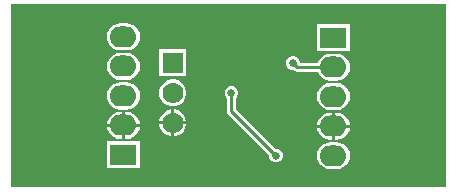
<source format=gbl>
G04*
G04 #@! TF.GenerationSoftware,Altium Limited,CircuitMaker,2.2.1 (2.2.1.6)*
G04*
G04 Layer_Physical_Order=2*
G04 Layer_Color=11436288*
%FSLAX24Y24*%
%MOIN*%
G70*
G04*
G04 #@! TF.SameCoordinates,D96103DE-5CF1-4447-99B2-040B1386396B*
G04*
G04*
G04 #@! TF.FilePolarity,Positive*
G04*
G01*
G75*
%ADD11C,0.0100*%
%ADD29O,0.0900X0.0700*%
%ADD30R,0.0900X0.0700*%
%ADD31R,0.0700X0.0700*%
%ADD32C,0.0700*%
%ADD33C,0.0250*%
G36*
X23250Y9350D02*
X8750Y9350D01*
X8750Y15450D01*
X23250Y15450D01*
X23250Y9350D01*
X23250Y9350D02*
G37*
%LPC*%
G36*
X12600Y14822D02*
X12400Y14822D01*
X12283Y14807D01*
X12173Y14762D01*
X12079Y14689D01*
X12007Y14595D01*
X11962Y14486D01*
X11946Y14369D01*
X11962Y14251D01*
X12007Y14142D01*
X12079Y14048D01*
X12173Y13975D01*
X12283Y13930D01*
X12400Y13915D01*
X12600Y13915D01*
X12717Y13930D01*
X12827Y13975D01*
X12921Y14048D01*
X12993Y14142D01*
X13038Y14251D01*
X13054Y14369D01*
X13038Y14486D01*
X12993Y14595D01*
X12921Y14689D01*
X12827Y14762D01*
X12717Y14807D01*
X12600Y14822D01*
X12600Y14822D02*
G37*
G36*
X20050Y14794D02*
X18950Y14794D01*
X18950Y13894D01*
X20050Y13894D01*
X20050Y14794D01*
X20050Y14794D02*
G37*
G36*
X19600Y13813D02*
X19400Y13813D01*
X19283Y13798D01*
X19173Y13753D01*
X19079Y13680D01*
X19007Y13586D01*
X18976Y13512D01*
X18375Y13512D01*
X18375Y13545D01*
X18341Y13627D01*
X18277Y13691D01*
X18195Y13725D01*
X18105Y13725D01*
X18023Y13691D01*
X17959Y13627D01*
X17925Y13545D01*
X17925Y13455D01*
X17959Y13373D01*
X18023Y13309D01*
X18105Y13275D01*
X18159Y13275D01*
X18182Y13251D01*
X18232Y13218D01*
X18291Y13207D01*
X18976Y13207D01*
X19007Y13133D01*
X19079Y13039D01*
X19173Y12966D01*
X19283Y12921D01*
X19400Y12906D01*
X19600Y12906D01*
X19717Y12921D01*
X19827Y12966D01*
X19921Y13039D01*
X19993Y13133D01*
X20038Y13242D01*
X20054Y13359D01*
X20038Y13477D01*
X19993Y13586D01*
X19921Y13680D01*
X19827Y13753D01*
X19717Y13798D01*
X19600Y13813D01*
X19600Y13813D02*
G37*
G36*
X14600Y13950D02*
X13700Y13950D01*
X13700Y13050D01*
X14600Y13050D01*
X14600Y13950D01*
X14600Y13950D02*
G37*
G36*
X12600Y13838D02*
X12400Y13838D01*
X12283Y13823D01*
X12173Y13777D01*
X12079Y13705D01*
X12007Y13611D01*
X11962Y13502D01*
X11946Y13384D01*
X11962Y13267D01*
X12007Y13157D01*
X12079Y13063D01*
X12173Y12991D01*
X12283Y12946D01*
X12400Y12930D01*
X12600Y12930D01*
X12717Y12946D01*
X12827Y12991D01*
X12921Y13063D01*
X12993Y13157D01*
X13038Y13267D01*
X13054Y13384D01*
X13038Y13502D01*
X12993Y13611D01*
X12921Y13705D01*
X12827Y13777D01*
X12717Y13823D01*
X12600Y13838D01*
X12600Y13838D02*
G37*
G36*
X14209Y12950D02*
X14091Y12950D01*
X13976Y12919D01*
X13874Y12860D01*
X13790Y12776D01*
X13731Y12674D01*
X13700Y12559D01*
X13700Y12441D01*
X13731Y12326D01*
X13790Y12224D01*
X13874Y12140D01*
X13976Y12081D01*
X14091Y12050D01*
X14209Y12050D01*
X14324Y12081D01*
X14426Y12140D01*
X14510Y12224D01*
X14569Y12326D01*
X14600Y12441D01*
X14600Y12559D01*
X14569Y12674D01*
X14510Y12776D01*
X14426Y12860D01*
X14324Y12919D01*
X14209Y12950D01*
X14209Y12950D02*
G37*
G36*
X12600Y12854D02*
X12400Y12854D01*
X12283Y12838D01*
X12173Y12793D01*
X12079Y12721D01*
X12007Y12627D01*
X11962Y12517D01*
X11946Y12400D01*
X11962Y12283D01*
X12007Y12173D01*
X12079Y12079D01*
X12173Y12007D01*
X12283Y11962D01*
X12400Y11946D01*
X12600Y11946D01*
X12717Y11962D01*
X12827Y12007D01*
X12921Y12079D01*
X12993Y12173D01*
X13038Y12283D01*
X13054Y12400D01*
X13038Y12517D01*
X12993Y12627D01*
X12921Y12721D01*
X12827Y12793D01*
X12717Y12838D01*
X12600Y12854D01*
X12600Y12854D02*
G37*
G36*
X19600Y12829D02*
X19400Y12829D01*
X19283Y12814D01*
X19173Y12768D01*
X19079Y12696D01*
X19007Y12602D01*
X18962Y12493D01*
X18946Y12375D01*
X18962Y12258D01*
X19007Y12148D01*
X19079Y12054D01*
X19173Y11982D01*
X19283Y11937D01*
X19400Y11921D01*
X19600Y11921D01*
X19717Y11937D01*
X19827Y11982D01*
X19921Y12054D01*
X19993Y12148D01*
X20038Y12258D01*
X20054Y12375D01*
X20038Y12493D01*
X19993Y12602D01*
X19921Y12696D01*
X19827Y12768D01*
X19717Y12814D01*
X19600Y12829D01*
X19600Y12829D02*
G37*
G36*
X14209Y11950D02*
X14200Y11950D01*
X14200Y11550D01*
X14600Y11550D01*
X14600Y11559D01*
X14569Y11674D01*
X14510Y11776D01*
X14426Y11860D01*
X14324Y11919D01*
X14209Y11950D01*
X14209Y11950D02*
G37*
G36*
X14100Y11950D02*
X14091Y11950D01*
X13976Y11919D01*
X13874Y11860D01*
X13790Y11776D01*
X13731Y11674D01*
X13700Y11559D01*
X13700Y11550D01*
X14100Y11550D01*
X14100Y11950D01*
X14100Y11950D02*
G37*
G36*
X12600Y11870D02*
X12550Y11870D01*
X12550Y11466D01*
X13047Y11466D01*
X13038Y11533D01*
X12993Y11643D01*
X12921Y11737D01*
X12827Y11809D01*
X12717Y11854D01*
X12600Y11870D01*
X12600Y11870D02*
G37*
G36*
X12450Y11870D02*
X12400Y11870D01*
X12283Y11854D01*
X12173Y11809D01*
X12079Y11737D01*
X12007Y11643D01*
X11962Y11533D01*
X11953Y11466D01*
X12450Y11466D01*
X12450Y11870D01*
X12450Y11870D02*
G37*
G36*
X19600Y11845D02*
X19550Y11845D01*
X19550Y11441D01*
X20047Y11441D01*
X20038Y11508D01*
X19993Y11618D01*
X19921Y11712D01*
X19827Y11784D01*
X19717Y11829D01*
X19600Y11845D01*
X19600Y11845D02*
G37*
G36*
X19450Y11845D02*
X19400Y11845D01*
X19283Y11829D01*
X19173Y11784D01*
X19079Y11712D01*
X19007Y11618D01*
X18962Y11508D01*
X18953Y11441D01*
X19450Y11441D01*
X19450Y11845D01*
X19450Y11845D02*
G37*
G36*
X14600Y11450D02*
X14200Y11450D01*
X14200Y11050D01*
X14209Y11050D01*
X14324Y11081D01*
X14426Y11140D01*
X14510Y11224D01*
X14569Y11326D01*
X14600Y11441D01*
X14600Y11450D01*
X14600Y11450D02*
G37*
G36*
X14100Y11450D02*
X13700Y11450D01*
X13700Y11441D01*
X13731Y11326D01*
X13790Y11224D01*
X13874Y11140D01*
X13976Y11081D01*
X14091Y11050D01*
X14100Y11050D01*
X14100Y11450D01*
X14100Y11450D02*
G37*
G36*
X13047Y11366D02*
X12550Y11366D01*
X12550Y10962D01*
X12600Y10962D01*
X12717Y10977D01*
X12827Y11023D01*
X12921Y11095D01*
X12993Y11189D01*
X13038Y11298D01*
X13047Y11366D01*
X13047Y11366D02*
G37*
G36*
X12450Y11366D02*
X11953Y11366D01*
X11962Y11298D01*
X12007Y11189D01*
X12079Y11095D01*
X12173Y11023D01*
X12283Y10977D01*
X12400Y10962D01*
X12450Y10962D01*
X12450Y11366D01*
X12450Y11366D02*
G37*
G36*
X20047Y11341D02*
X19550Y11341D01*
X19550Y10937D01*
X19600Y10937D01*
X19717Y10953D01*
X19827Y10998D01*
X19921Y11070D01*
X19993Y11164D01*
X20038Y11273D01*
X20047Y11341D01*
X20047Y11341D02*
G37*
G36*
X19450Y11341D02*
X18953Y11341D01*
X18962Y11273D01*
X19007Y11164D01*
X19079Y11070D01*
X19173Y10998D01*
X19283Y10953D01*
X19400Y10937D01*
X19450Y10937D01*
X19450Y11341D01*
X19450Y11341D02*
G37*
G36*
X16145Y12725D02*
X16055Y12725D01*
X15973Y12691D01*
X15909Y12627D01*
X15875Y12545D01*
X15875Y12455D01*
X15909Y12373D01*
X15947Y12335D01*
X15947Y11900D01*
X15959Y11841D01*
X15992Y11792D01*
X17368Y10415D01*
X17368Y10362D01*
X17403Y10279D01*
X17466Y10216D01*
X17549Y10182D01*
X17638Y10182D01*
X17721Y10216D01*
X17784Y10279D01*
X17818Y10362D01*
X17818Y10451D01*
X17784Y10534D01*
X17721Y10597D01*
X17638Y10632D01*
X17585Y10632D01*
X16253Y11963D01*
X16253Y12335D01*
X16291Y12373D01*
X16325Y12455D01*
X16325Y12545D01*
X16291Y12627D01*
X16227Y12691D01*
X16145Y12725D01*
X16145Y12725D02*
G37*
G36*
X13050Y10882D02*
X11950Y10882D01*
X11950Y9981D01*
X13050Y9981D01*
X13050Y10882D01*
X13050Y10882D02*
G37*
G36*
X19600Y10861D02*
X19400Y10861D01*
X19283Y10845D01*
X19173Y10800D01*
X19079Y10728D01*
X19007Y10634D01*
X18962Y10524D01*
X18946Y10407D01*
X18962Y10289D01*
X19007Y10180D01*
X19079Y10086D01*
X19173Y10014D01*
X19283Y9968D01*
X19400Y9953D01*
X19600Y9953D01*
X19717Y9968D01*
X19827Y10014D01*
X19921Y10086D01*
X19993Y10180D01*
X20038Y10289D01*
X20054Y10407D01*
X20038Y10524D01*
X19993Y10634D01*
X19921Y10728D01*
X19827Y10800D01*
X19717Y10845D01*
X19600Y10861D01*
X19600Y10861D02*
G37*
%LPD*%
D11*
X16100Y11900D02*
X17593Y10407D01*
X16100Y11900D02*
X16100Y12500D01*
X18291Y13359D02*
X19500Y13359D01*
X18150Y13500D02*
X18291Y13359D01*
D29*
X19500Y10407D02*
D03*
X19500Y11391D02*
D03*
X19500Y13359D02*
D03*
X19500Y12375D02*
D03*
X12500Y12400D02*
D03*
X12500Y11416D02*
D03*
X12500Y13384D02*
D03*
X12500Y14369D02*
D03*
D30*
X19500Y14344D02*
D03*
X12500Y10431D02*
D03*
D31*
X14150Y13500D02*
D03*
D32*
X14150Y11500D02*
D03*
X14150Y12500D02*
D03*
D33*
X17593Y10407D02*
D03*
X18150Y13500D02*
D03*
X16100Y12500D02*
D03*
M02*

</source>
